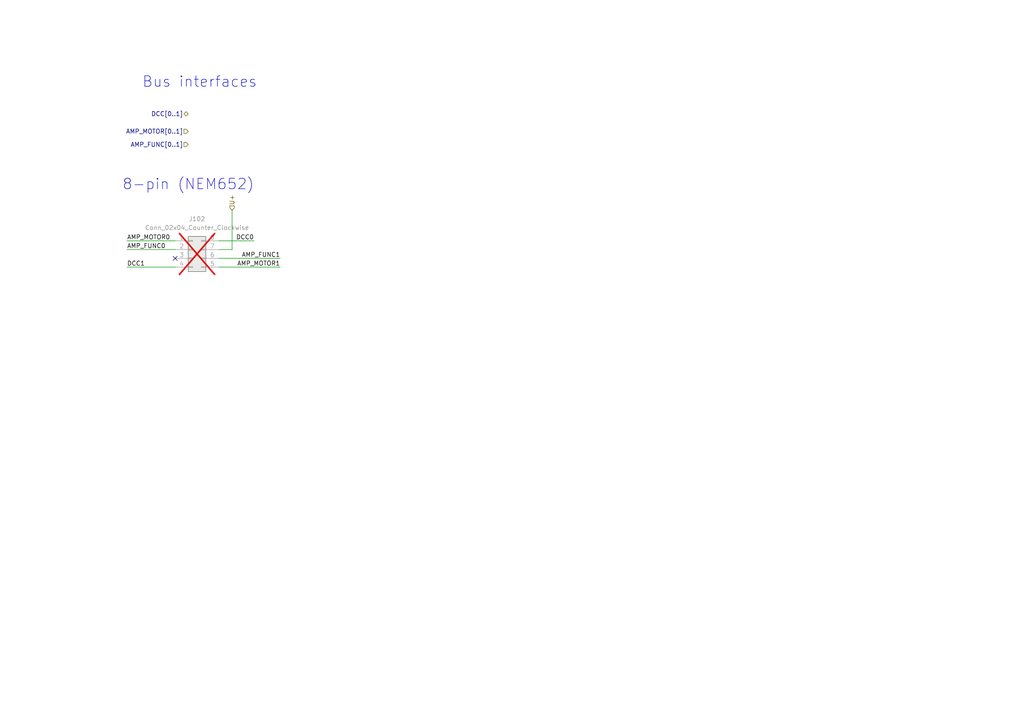
<source format=kicad_sch>
(kicad_sch (version 20231120) (generator "eeschema") (generator_version "7.99")
  (paper "A4")
  (lib_symbols
    (symbol "Connector_Generic:Conn_02x04_Counter_Clockwise" (pin_names (offset 1.016) hide)
      (property "Reference" "J" (at 1.27 5.08 0))
      (property "Value" "Conn_02x04_Counter_Clockwise" (at 1.27 -7.62 0))
      (symbol "Conn_02x04_Counter_Clockwise_1_1"
        (rectangle (start -1.27 -4.953) (end 0 -5.207) (stroke (width 0.1524)))
        (rectangle (start -1.27 -2.413) (end 0 -2.667) (stroke (width 0.1524)))
        (rectangle (start -1.27 0.127) (end 0 -0.127) (stroke (width 0.1524)))
        (rectangle (start -1.27 2.667) (end 0 2.413) (stroke (width 0.1524)))
        (rectangle (start -1.27 3.81) (end 3.81 -6.35) (stroke (width 0.254)) (fill (type background)))
        (rectangle (start 3.81 -4.953) (end 2.54 -5.207) (stroke (width 0.1524)))
        (rectangle (start 3.81 -2.413) (end 2.54 -2.667) (stroke (width 0.1524)))
        (rectangle (start 3.81 0.127) (end 2.54 -0.127) (stroke (width 0.1524)))
        (rectangle (start 3.81 2.667) (end 2.54 2.413) (stroke (width 0.1524)))
        (pin passive line (at -5.08 2.54 0) (length 3.81) (name "Pin_1") (number "1"))
        (pin passive line (at -5.08 0 0) (length 3.81) (name "Pin_2") (number "2"))
        (pin passive line (at -5.08 -2.54 0) (length 3.81) (name "Pin_3") (number "3"))
        (pin passive line (at -5.08 -5.08 0) (length 3.81) (name "Pin_4") (number "4"))
        (pin passive line (at 7.62 -5.08 180) (length 3.81) (name "Pin_5") (number "5"))
        (pin passive line (at 7.62 -2.54 180) (length 3.81) (name "Pin_6") (number "6"))
        (pin passive line (at 7.62 0 180) (length 3.81) (name "Pin_7") (number "7"))
        (pin passive line (at 7.62 2.54 180) (length 3.81) (name "Pin_8") (number "8"))
      )
    )
  )
  (no_connect (at 50.8 74.93))
  (wire (pts (xy 36.83 69.85) (xy 50.8 69.85)))
  (wire (pts (xy 67.31 72.39) (xy 67.31 60.96)))
  (wire (pts (xy 63.5 74.93) (xy 81.28 74.93)))
  (wire (pts (xy 63.5 77.47) (xy 81.28 77.47)))
  (wire (pts (xy 36.83 77.47) (xy 50.8 77.47)))
  (wire (pts (xy 63.5 69.85) (xy 73.66 69.85)))
  (wire (pts (xy 63.5 72.39) (xy 67.31 72.39)))
  (wire (pts (xy 36.83 72.39) (xy 50.8 72.39)))
  (text "8-pin (NEM652)" (at 54.61 53.594 0) (effects (font (size 3.048 3.048))))
  (text "Bus interfaces" (at 57.912 23.876 0) (effects (font (size 3.048 3.048))))
  (label "DCC0" (at 73.66 69.85 180))
  (label "AMP_FUNC0" (at 36.83 72.39 0))
  (label "AMP_MOTOR0" (at 36.83 69.85 0))
  (label "DCC1" (at 36.83 77.47 0))
  (label "AMP_FUNC1" (at 81.28 74.93 180))
  (label "AMP_MOTOR1" (at 81.28 77.47 180))
  (hierarchical_label "AMP_FUNC[0..1]" (shape input) (at 54.61 41.91 180))
  (hierarchical_label "U+" (shape input) (at 67.31 60.96 90))
  (hierarchical_label "AMP_MOTOR[0..1]" (shape input) (at 54.61 38.1 180))
  (hierarchical_label "DCC[0..1]" (shape bidirectional) (at 54.61 33.02 180))
  (symbol (lib_id "Connector_Generic:Conn_02x04_Counter_Clockwise") (at 55.88 72.39 0) (unit 1) (exclude_from_sim yes) (in_bom no) (on_board no) (dnp yes)
    (property "Reference" "J102" (at 57.15 63.5 0))
    (property "Value" "Conn_02x04_Counter_Clockwise" (at 57.15 66.04 0))
    (property "Footprint" "Connector_PinHeader_2.54mm:PinHeader_2x04_P2.54mm_Vertical_SMD" (effects (hide yes)))
    (property "Description" "Generic connector, double row, 02x04, counter clockwise pin numbering scheme (similar to DIP package numbering), script generated (kicad-library-utils/schlib/autogen/connector/)" (effects (hide yes)))
  )
)
</source>
